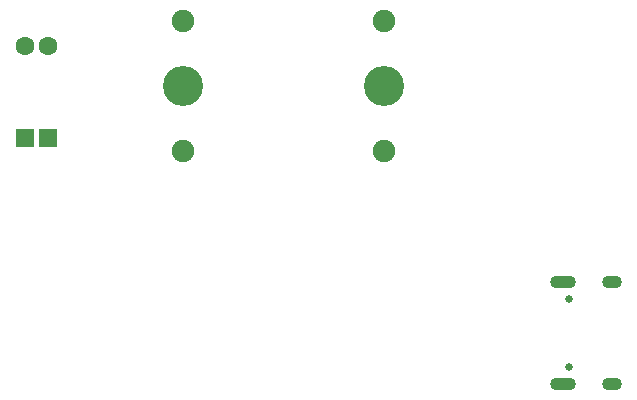
<source format=gts>
%TF.GenerationSoftware,KiCad,Pcbnew,7.0.2*%
%TF.CreationDate,2023-06-21T18:27:12-05:00*%
%TF.ProjectId,MXB_INTMCU.kicad_pro,4d58425f-494e-4544-9d43-552e6b696361,rev?*%
%TF.SameCoordinates,Original*%
%TF.FileFunction,Soldermask,Top*%
%TF.FilePolarity,Negative*%
%FSLAX46Y46*%
G04 Gerber Fmt 4.6, Leading zero omitted, Abs format (unit mm)*
G04 Created by KiCad (PCBNEW 7.0.2) date 2023-06-21 18:27:12*
%MOMM*%
%LPD*%
G01*
G04 APERTURE LIST*
%ADD10C,1.600000*%
%ADD11R,1.600000X1.600000*%
%ADD12C,1.900000*%
%ADD13C,3.400000*%
%ADD14O,2.200000X1.100000*%
%ADD15O,1.700000X1.100000*%
%ADD16C,0.650000*%
G04 APERTURE END LIST*
D10*
%TO.C,D2*%
X115050000Y-58500000D03*
D11*
X115050000Y-66300000D03*
%TD*%
D12*
%TO.C,SW1*%
X143450000Y-67400000D03*
D13*
X143450000Y-61900000D03*
D12*
X143450000Y-56400000D03*
%TD*%
D10*
%TO.C,D1*%
X113050000Y-58500000D03*
D11*
X113050000Y-66300000D03*
%TD*%
D12*
%TO.C,SW2*%
X126450000Y-67400000D03*
D13*
X126450000Y-61900000D03*
D12*
X126450000Y-56400000D03*
%TD*%
D14*
%TO.C,USB1*%
X158632500Y-87130000D03*
D15*
X162812500Y-87130000D03*
D14*
X158632500Y-78490000D03*
D15*
X162812500Y-78490000D03*
D16*
X159162500Y-85700000D03*
X159162500Y-79920000D03*
%TD*%
M02*

</source>
